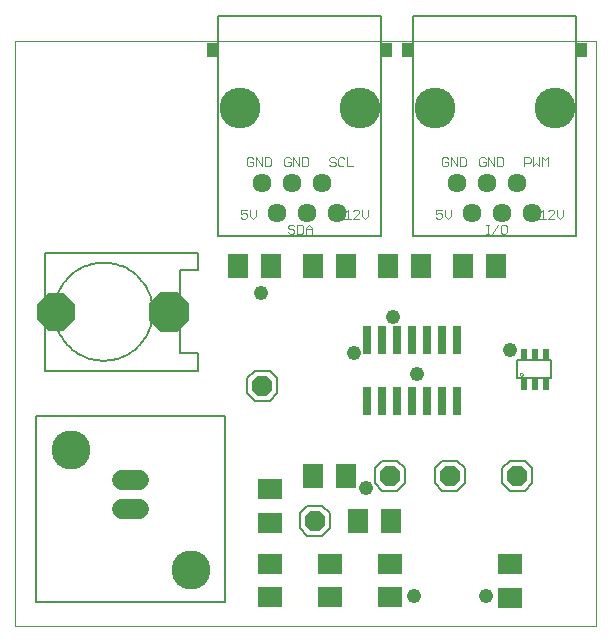
<source format=gto>
G75*
%MOIN*%
%OFA0B0*%
%FSLAX24Y24*%
%IPPOS*%
%LPD*%
%AMOC8*
5,1,8,0,0,1.08239X$1,22.5*
%
%ADD10C,0.0000*%
%ADD11C,0.0050*%
%ADD12C,0.0662*%
%ADD13C,0.1303*%
%ADD14OC8,0.1261*%
%ADD15OC8,0.1346*%
%ADD16R,0.0200X0.0434*%
%ADD17C,0.0010*%
%ADD18C,0.0080*%
%ADD19C,0.0634*%
%ADD20R,0.0364X0.0450*%
%ADD21C,0.1360*%
%ADD22R,0.0710X0.0789*%
%ADD23R,0.0710X0.0790*%
%ADD24R,0.0790X0.0710*%
%ADD25R,0.0316X0.0946*%
%ADD26R,0.0789X0.0710*%
%ADD27C,0.0060*%
%ADD28OC8,0.0680*%
%ADD29C,0.0480*%
D10*
X000100Y001257D02*
X000100Y020753D01*
X019470Y020753D01*
X019470Y001257D01*
X000100Y001257D01*
X006960Y018507D02*
X006962Y018557D01*
X006968Y018607D01*
X006978Y018656D01*
X006991Y018705D01*
X007009Y018752D01*
X007030Y018798D01*
X007054Y018841D01*
X007082Y018883D01*
X007113Y018923D01*
X007147Y018960D01*
X007184Y018994D01*
X007224Y019025D01*
X007266Y019053D01*
X007309Y019077D01*
X007355Y019098D01*
X007402Y019116D01*
X007451Y019129D01*
X007500Y019139D01*
X007550Y019145D01*
X007600Y019147D01*
X007650Y019145D01*
X007700Y019139D01*
X007749Y019129D01*
X007798Y019116D01*
X007845Y019098D01*
X007891Y019077D01*
X007934Y019053D01*
X007976Y019025D01*
X008016Y018994D01*
X008053Y018960D01*
X008087Y018923D01*
X008118Y018883D01*
X008146Y018841D01*
X008170Y018798D01*
X008191Y018752D01*
X008209Y018705D01*
X008222Y018656D01*
X008232Y018607D01*
X008238Y018557D01*
X008240Y018507D01*
X008238Y018457D01*
X008232Y018407D01*
X008222Y018358D01*
X008209Y018309D01*
X008191Y018262D01*
X008170Y018216D01*
X008146Y018173D01*
X008118Y018131D01*
X008087Y018091D01*
X008053Y018054D01*
X008016Y018020D01*
X007976Y017989D01*
X007934Y017961D01*
X007891Y017937D01*
X007845Y017916D01*
X007798Y017898D01*
X007749Y017885D01*
X007700Y017875D01*
X007650Y017869D01*
X007600Y017867D01*
X007550Y017869D01*
X007500Y017875D01*
X007451Y017885D01*
X007402Y017898D01*
X007355Y017916D01*
X007309Y017937D01*
X007266Y017961D01*
X007224Y017989D01*
X007184Y018020D01*
X007147Y018054D01*
X007113Y018091D01*
X007082Y018131D01*
X007054Y018173D01*
X007030Y018216D01*
X007009Y018262D01*
X006991Y018309D01*
X006978Y018358D01*
X006968Y018407D01*
X006962Y018457D01*
X006960Y018507D01*
X010960Y018507D02*
X010962Y018557D01*
X010968Y018607D01*
X010978Y018656D01*
X010991Y018705D01*
X011009Y018752D01*
X011030Y018798D01*
X011054Y018841D01*
X011082Y018883D01*
X011113Y018923D01*
X011147Y018960D01*
X011184Y018994D01*
X011224Y019025D01*
X011266Y019053D01*
X011309Y019077D01*
X011355Y019098D01*
X011402Y019116D01*
X011451Y019129D01*
X011500Y019139D01*
X011550Y019145D01*
X011600Y019147D01*
X011650Y019145D01*
X011700Y019139D01*
X011749Y019129D01*
X011798Y019116D01*
X011845Y019098D01*
X011891Y019077D01*
X011934Y019053D01*
X011976Y019025D01*
X012016Y018994D01*
X012053Y018960D01*
X012087Y018923D01*
X012118Y018883D01*
X012146Y018841D01*
X012170Y018798D01*
X012191Y018752D01*
X012209Y018705D01*
X012222Y018656D01*
X012232Y018607D01*
X012238Y018557D01*
X012240Y018507D01*
X012238Y018457D01*
X012232Y018407D01*
X012222Y018358D01*
X012209Y018309D01*
X012191Y018262D01*
X012170Y018216D01*
X012146Y018173D01*
X012118Y018131D01*
X012087Y018091D01*
X012053Y018054D01*
X012016Y018020D01*
X011976Y017989D01*
X011934Y017961D01*
X011891Y017937D01*
X011845Y017916D01*
X011798Y017898D01*
X011749Y017885D01*
X011700Y017875D01*
X011650Y017869D01*
X011600Y017867D01*
X011550Y017869D01*
X011500Y017875D01*
X011451Y017885D01*
X011402Y017898D01*
X011355Y017916D01*
X011309Y017937D01*
X011266Y017961D01*
X011224Y017989D01*
X011184Y018020D01*
X011147Y018054D01*
X011113Y018091D01*
X011082Y018131D01*
X011054Y018173D01*
X011030Y018216D01*
X011009Y018262D01*
X010991Y018309D01*
X010978Y018358D01*
X010968Y018407D01*
X010962Y018457D01*
X010960Y018507D01*
X013460Y018507D02*
X013462Y018557D01*
X013468Y018607D01*
X013478Y018656D01*
X013491Y018705D01*
X013509Y018752D01*
X013530Y018798D01*
X013554Y018841D01*
X013582Y018883D01*
X013613Y018923D01*
X013647Y018960D01*
X013684Y018994D01*
X013724Y019025D01*
X013766Y019053D01*
X013809Y019077D01*
X013855Y019098D01*
X013902Y019116D01*
X013951Y019129D01*
X014000Y019139D01*
X014050Y019145D01*
X014100Y019147D01*
X014150Y019145D01*
X014200Y019139D01*
X014249Y019129D01*
X014298Y019116D01*
X014345Y019098D01*
X014391Y019077D01*
X014434Y019053D01*
X014476Y019025D01*
X014516Y018994D01*
X014553Y018960D01*
X014587Y018923D01*
X014618Y018883D01*
X014646Y018841D01*
X014670Y018798D01*
X014691Y018752D01*
X014709Y018705D01*
X014722Y018656D01*
X014732Y018607D01*
X014738Y018557D01*
X014740Y018507D01*
X014738Y018457D01*
X014732Y018407D01*
X014722Y018358D01*
X014709Y018309D01*
X014691Y018262D01*
X014670Y018216D01*
X014646Y018173D01*
X014618Y018131D01*
X014587Y018091D01*
X014553Y018054D01*
X014516Y018020D01*
X014476Y017989D01*
X014434Y017961D01*
X014391Y017937D01*
X014345Y017916D01*
X014298Y017898D01*
X014249Y017885D01*
X014200Y017875D01*
X014150Y017869D01*
X014100Y017867D01*
X014050Y017869D01*
X014000Y017875D01*
X013951Y017885D01*
X013902Y017898D01*
X013855Y017916D01*
X013809Y017937D01*
X013766Y017961D01*
X013724Y017989D01*
X013684Y018020D01*
X013647Y018054D01*
X013613Y018091D01*
X013582Y018131D01*
X013554Y018173D01*
X013530Y018216D01*
X013509Y018262D01*
X013491Y018309D01*
X013478Y018358D01*
X013468Y018407D01*
X013462Y018457D01*
X013460Y018507D01*
X017460Y018507D02*
X017462Y018557D01*
X017468Y018607D01*
X017478Y018656D01*
X017491Y018705D01*
X017509Y018752D01*
X017530Y018798D01*
X017554Y018841D01*
X017582Y018883D01*
X017613Y018923D01*
X017647Y018960D01*
X017684Y018994D01*
X017724Y019025D01*
X017766Y019053D01*
X017809Y019077D01*
X017855Y019098D01*
X017902Y019116D01*
X017951Y019129D01*
X018000Y019139D01*
X018050Y019145D01*
X018100Y019147D01*
X018150Y019145D01*
X018200Y019139D01*
X018249Y019129D01*
X018298Y019116D01*
X018345Y019098D01*
X018391Y019077D01*
X018434Y019053D01*
X018476Y019025D01*
X018516Y018994D01*
X018553Y018960D01*
X018587Y018923D01*
X018618Y018883D01*
X018646Y018841D01*
X018670Y018798D01*
X018691Y018752D01*
X018709Y018705D01*
X018722Y018656D01*
X018732Y018607D01*
X018738Y018557D01*
X018740Y018507D01*
X018738Y018457D01*
X018732Y018407D01*
X018722Y018358D01*
X018709Y018309D01*
X018691Y018262D01*
X018670Y018216D01*
X018646Y018173D01*
X018618Y018131D01*
X018587Y018091D01*
X018553Y018054D01*
X018516Y018020D01*
X018476Y017989D01*
X018434Y017961D01*
X018391Y017937D01*
X018345Y017916D01*
X018298Y017898D01*
X018249Y017885D01*
X018200Y017875D01*
X018150Y017869D01*
X018100Y017867D01*
X018050Y017869D01*
X018000Y017875D01*
X017951Y017885D01*
X017902Y017898D01*
X017855Y017916D01*
X017809Y017937D01*
X017766Y017961D01*
X017724Y017989D01*
X017684Y018020D01*
X017647Y018054D01*
X017613Y018091D01*
X017582Y018131D01*
X017554Y018173D01*
X017530Y018216D01*
X017509Y018262D01*
X017491Y018309D01*
X017478Y018358D01*
X017468Y018407D01*
X017462Y018457D01*
X017460Y018507D01*
D11*
X017972Y010098D02*
X016850Y010098D01*
X016850Y009507D01*
X017992Y009507D01*
X017992Y010098D01*
X007100Y008257D02*
X007108Y002037D01*
X000832Y002045D01*
X000832Y008257D01*
X007100Y008257D01*
X006218Y009757D02*
X001100Y009757D01*
X001100Y013694D01*
X006218Y013694D01*
X006218Y013104D01*
X005628Y013104D01*
X005628Y010348D01*
X006218Y010348D01*
X006218Y009757D01*
X001435Y011726D02*
X001437Y011806D01*
X001443Y011886D01*
X001453Y011966D01*
X001466Y012045D01*
X001484Y012123D01*
X001505Y012200D01*
X001531Y012276D01*
X001559Y012351D01*
X001592Y012425D01*
X001628Y012496D01*
X001667Y012566D01*
X001710Y012634D01*
X001757Y012699D01*
X001806Y012763D01*
X001858Y012823D01*
X001914Y012881D01*
X001972Y012937D01*
X002032Y012989D01*
X002096Y013038D01*
X002161Y013085D01*
X002229Y013128D01*
X002299Y013167D01*
X002370Y013203D01*
X002444Y013236D01*
X002519Y013264D01*
X002595Y013290D01*
X002672Y013311D01*
X002750Y013329D01*
X002829Y013342D01*
X002909Y013352D01*
X002989Y013358D01*
X003069Y013360D01*
X003149Y013358D01*
X003229Y013352D01*
X003309Y013342D01*
X003388Y013329D01*
X003466Y013311D01*
X003543Y013290D01*
X003619Y013264D01*
X003694Y013236D01*
X003768Y013203D01*
X003839Y013167D01*
X003909Y013128D01*
X003977Y013085D01*
X004042Y013038D01*
X004106Y012989D01*
X004166Y012937D01*
X004224Y012881D01*
X004280Y012823D01*
X004332Y012763D01*
X004381Y012699D01*
X004428Y012634D01*
X004471Y012566D01*
X004510Y012496D01*
X004546Y012425D01*
X004579Y012351D01*
X004607Y012276D01*
X004633Y012200D01*
X004654Y012123D01*
X004672Y012045D01*
X004685Y011966D01*
X004695Y011886D01*
X004701Y011806D01*
X004703Y011726D01*
X004701Y011646D01*
X004695Y011566D01*
X004685Y011486D01*
X004672Y011407D01*
X004654Y011329D01*
X004633Y011252D01*
X004607Y011176D01*
X004579Y011101D01*
X004546Y011027D01*
X004510Y010956D01*
X004471Y010886D01*
X004428Y010818D01*
X004381Y010753D01*
X004332Y010689D01*
X004280Y010629D01*
X004224Y010571D01*
X004166Y010515D01*
X004106Y010463D01*
X004042Y010414D01*
X003977Y010367D01*
X003909Y010324D01*
X003839Y010285D01*
X003768Y010249D01*
X003694Y010216D01*
X003619Y010188D01*
X003543Y010162D01*
X003466Y010141D01*
X003388Y010123D01*
X003309Y010110D01*
X003229Y010100D01*
X003149Y010094D01*
X003069Y010092D01*
X002989Y010094D01*
X002909Y010100D01*
X002829Y010110D01*
X002750Y010123D01*
X002672Y010141D01*
X002595Y010162D01*
X002519Y010188D01*
X002444Y010216D01*
X002370Y010249D01*
X002299Y010285D01*
X002229Y010324D01*
X002161Y010367D01*
X002096Y010414D01*
X002032Y010463D01*
X001972Y010515D01*
X001914Y010571D01*
X001858Y010629D01*
X001806Y010689D01*
X001757Y010753D01*
X001710Y010818D01*
X001667Y010886D01*
X001628Y010956D01*
X001592Y011027D01*
X001559Y011101D01*
X001531Y011176D01*
X001505Y011252D01*
X001484Y011329D01*
X001466Y011407D01*
X001453Y011486D01*
X001443Y011566D01*
X001437Y011646D01*
X001435Y011726D01*
D12*
X003683Y006131D02*
X004265Y006131D01*
X004257Y005139D02*
X003675Y005139D01*
D13*
X001974Y007131D03*
X005974Y003131D03*
D14*
X001494Y011726D03*
D15*
X005234Y011726D03*
D16*
X017086Y010275D03*
X017441Y010275D03*
X017815Y010275D03*
X017815Y009330D03*
X017441Y009330D03*
X017086Y009330D03*
D17*
X016943Y009641D02*
X016945Y009654D01*
X016950Y009667D01*
X016959Y009678D01*
X016970Y009685D01*
X016983Y009690D01*
X016996Y009691D01*
X017010Y009688D01*
X017022Y009682D01*
X017032Y009673D01*
X017039Y009661D01*
X017043Y009648D01*
X017043Y009634D01*
X017039Y009621D01*
X017032Y009609D01*
X017022Y009600D01*
X017010Y009594D01*
X016996Y009591D01*
X016983Y009592D01*
X016970Y009597D01*
X016959Y009604D01*
X016950Y009615D01*
X016945Y009628D01*
X016943Y009641D01*
X016465Y014317D02*
X016362Y014317D01*
X016310Y014369D01*
X016310Y014576D01*
X016362Y014627D01*
X016465Y014627D01*
X016517Y014576D01*
X016517Y014369D01*
X016465Y014317D01*
X016223Y014627D02*
X016016Y014317D01*
X015923Y014317D02*
X015819Y014317D01*
X015871Y014317D02*
X015871Y014627D01*
X015819Y014627D02*
X015923Y014627D01*
X014642Y014921D02*
X014642Y015127D01*
X014642Y014921D02*
X014539Y014817D01*
X014435Y014921D01*
X014435Y015127D01*
X014348Y015127D02*
X014141Y015127D01*
X014141Y014972D01*
X014244Y015024D01*
X014296Y015024D01*
X014348Y014972D01*
X014348Y014869D01*
X014296Y014817D01*
X014192Y014817D01*
X014141Y014869D01*
X014398Y016567D02*
X014501Y016567D01*
X014553Y016619D01*
X014553Y016722D01*
X014449Y016722D01*
X014346Y016619D02*
X014346Y016826D01*
X014398Y016877D01*
X014501Y016877D01*
X014553Y016826D01*
X014641Y016877D02*
X014848Y016567D01*
X014848Y016877D01*
X014935Y016877D02*
X014935Y016567D01*
X015090Y016567D01*
X015142Y016619D01*
X015142Y016826D01*
X015090Y016877D01*
X014935Y016877D01*
X014641Y016877D02*
X014641Y016567D01*
X014398Y016567D02*
X014346Y016619D01*
X015596Y016619D02*
X015648Y016567D01*
X015751Y016567D01*
X015803Y016619D01*
X015803Y016722D01*
X015699Y016722D01*
X015596Y016619D02*
X015596Y016826D01*
X015648Y016877D01*
X015751Y016877D01*
X015803Y016826D01*
X015891Y016877D02*
X015891Y016567D01*
X016098Y016567D02*
X015891Y016877D01*
X016098Y016877D02*
X016098Y016567D01*
X016185Y016567D02*
X016340Y016567D01*
X016392Y016619D01*
X016392Y016826D01*
X016340Y016877D01*
X016185Y016877D01*
X016185Y016567D01*
X017096Y016567D02*
X017096Y016877D01*
X017251Y016877D01*
X017303Y016826D01*
X017303Y016722D01*
X017251Y016671D01*
X017096Y016671D01*
X017391Y016567D02*
X017391Y016877D01*
X017598Y016877D02*
X017598Y016567D01*
X017494Y016671D01*
X017391Y016567D01*
X017685Y016567D02*
X017685Y016877D01*
X017789Y016774D01*
X017892Y016877D01*
X017892Y016567D01*
X017942Y015127D02*
X017891Y015076D01*
X017942Y015127D02*
X018046Y015127D01*
X018098Y015076D01*
X018098Y015024D01*
X017891Y014817D01*
X018098Y014817D01*
X018185Y014921D02*
X018289Y014817D01*
X018392Y014921D01*
X018392Y015127D01*
X018185Y015127D02*
X018185Y014921D01*
X017803Y014817D02*
X017596Y014817D01*
X017699Y014817D02*
X017699Y015127D01*
X017596Y015024D01*
X011892Y014921D02*
X011892Y015127D01*
X011892Y014921D02*
X011789Y014817D01*
X011685Y014921D01*
X011685Y015127D01*
X011598Y015076D02*
X011546Y015127D01*
X011442Y015127D01*
X011391Y015076D01*
X011199Y015127D02*
X011199Y014817D01*
X011096Y014817D02*
X011303Y014817D01*
X011391Y014817D02*
X011598Y015024D01*
X011598Y015076D01*
X011598Y014817D02*
X011391Y014817D01*
X011096Y015024D02*
X011199Y015127D01*
X010017Y014524D02*
X010017Y014317D01*
X010017Y014472D02*
X009810Y014472D01*
X009810Y014524D02*
X009914Y014627D01*
X010017Y014524D01*
X009810Y014524D02*
X009810Y014317D01*
X009723Y014369D02*
X009723Y014576D01*
X009671Y014627D01*
X009516Y014627D01*
X009516Y014317D01*
X009671Y014317D01*
X009723Y014369D01*
X009428Y014369D02*
X009376Y014317D01*
X009273Y014317D01*
X009221Y014369D01*
X009273Y014472D02*
X009376Y014472D01*
X009428Y014421D01*
X009428Y014369D01*
X009273Y014472D02*
X009221Y014524D01*
X009221Y014576D01*
X009273Y014627D01*
X009376Y014627D01*
X009428Y014576D01*
X008142Y014921D02*
X008142Y015127D01*
X008142Y014921D02*
X008039Y014817D01*
X007935Y014921D01*
X007935Y015127D01*
X007848Y015127D02*
X007641Y015127D01*
X007641Y014972D01*
X007744Y015024D01*
X007796Y015024D01*
X007848Y014972D01*
X007848Y014869D01*
X007796Y014817D01*
X007692Y014817D01*
X007641Y014869D01*
X007898Y016567D02*
X008001Y016567D01*
X008053Y016619D01*
X008053Y016722D01*
X007949Y016722D01*
X007846Y016619D02*
X007846Y016826D01*
X007898Y016877D01*
X008001Y016877D01*
X008053Y016826D01*
X008141Y016877D02*
X008348Y016567D01*
X008348Y016877D01*
X008435Y016877D02*
X008435Y016567D01*
X008590Y016567D01*
X008642Y016619D01*
X008642Y016826D01*
X008590Y016877D01*
X008435Y016877D01*
X008141Y016877D02*
X008141Y016567D01*
X007898Y016567D02*
X007846Y016619D01*
X009096Y016619D02*
X009148Y016567D01*
X009251Y016567D01*
X009303Y016619D01*
X009303Y016722D01*
X009199Y016722D01*
X009096Y016619D02*
X009096Y016826D01*
X009148Y016877D01*
X009251Y016877D01*
X009303Y016826D01*
X009391Y016877D02*
X009598Y016567D01*
X009598Y016877D01*
X009685Y016877D02*
X009840Y016877D01*
X009892Y016826D01*
X009892Y016619D01*
X009840Y016567D01*
X009685Y016567D01*
X009685Y016877D01*
X009391Y016877D02*
X009391Y016567D01*
X010596Y016619D02*
X010648Y016567D01*
X010751Y016567D01*
X010803Y016619D01*
X010803Y016671D01*
X010751Y016722D01*
X010648Y016722D01*
X010596Y016774D01*
X010596Y016826D01*
X010648Y016877D01*
X010751Y016877D01*
X010803Y016826D01*
X010891Y016826D02*
X010891Y016619D01*
X010942Y016567D01*
X011046Y016567D01*
X011098Y016619D01*
X011185Y016567D02*
X011185Y016877D01*
X011098Y016826D02*
X011046Y016877D01*
X010942Y016877D01*
X010891Y016826D01*
X011185Y016567D02*
X011392Y016567D01*
D18*
X012307Y014248D02*
X012307Y021571D01*
X006893Y021571D01*
X006893Y014248D01*
X012307Y014248D01*
X013393Y014248D02*
X013393Y021571D01*
X018807Y021571D01*
X018807Y014248D01*
X013393Y014248D01*
D19*
X014850Y016007D03*
X015350Y015007D03*
X015850Y016007D03*
X016350Y015007D03*
X016850Y016007D03*
X017350Y015007D03*
X010850Y015007D03*
X010350Y016007D03*
X009850Y015007D03*
X009350Y016007D03*
X008850Y015007D03*
X008350Y016007D03*
D20*
X006682Y020442D03*
X012518Y020442D03*
X013182Y020442D03*
X019018Y020442D03*
D21*
X018100Y018507D03*
X014100Y018507D03*
X011600Y018507D03*
X007600Y018507D03*
D22*
X010049Y013257D03*
X011151Y013257D03*
D23*
X012540Y013257D03*
X013660Y013257D03*
X015040Y013257D03*
X016160Y013257D03*
X011160Y006257D03*
X010040Y006257D03*
X011540Y004757D03*
X012660Y004757D03*
X008660Y013257D03*
X007540Y013257D03*
D24*
X008600Y005817D03*
X008600Y004697D03*
X016600Y003317D03*
X016600Y002197D03*
D25*
X014850Y008734D03*
X014350Y008734D03*
X013850Y008734D03*
X013350Y008734D03*
X012850Y008734D03*
X012350Y008734D03*
X011850Y008734D03*
X011850Y010781D03*
X012350Y010781D03*
X012850Y010781D03*
X013350Y010781D03*
X013850Y010781D03*
X014350Y010781D03*
X014850Y010781D03*
D26*
X012600Y003308D03*
X012600Y002206D03*
X010600Y002206D03*
X010600Y003308D03*
X008600Y003308D03*
X008600Y002206D03*
D27*
X009850Y004257D02*
X010350Y004257D01*
X010600Y004507D01*
X010600Y005007D01*
X010350Y005257D01*
X009850Y005257D01*
X009600Y005007D01*
X009600Y004507D01*
X009850Y004257D01*
X012100Y006007D02*
X012350Y005757D01*
X012850Y005757D01*
X013100Y006007D01*
X013100Y006507D01*
X012850Y006757D01*
X012350Y006757D01*
X012100Y006507D01*
X012100Y006007D01*
X014100Y006007D02*
X014350Y005757D01*
X014850Y005757D01*
X015100Y006007D01*
X015100Y006507D01*
X014850Y006757D01*
X014350Y006757D01*
X014100Y006507D01*
X014100Y006007D01*
X016350Y006007D02*
X016600Y005757D01*
X017100Y005757D01*
X017350Y006007D01*
X017350Y006507D01*
X017100Y006757D01*
X016600Y006757D01*
X016350Y006507D01*
X016350Y006007D01*
X008850Y009007D02*
X008600Y008757D01*
X008100Y008757D01*
X007850Y009007D01*
X007850Y009507D01*
X008100Y009757D01*
X008600Y009757D01*
X008850Y009507D01*
X008850Y009007D01*
D28*
X008350Y009257D03*
X010100Y004757D03*
X012600Y006257D03*
X014600Y006257D03*
X016850Y006257D03*
D29*
X015800Y002257D03*
X013400Y002257D03*
X011800Y005857D03*
X013500Y009657D03*
X012700Y011557D03*
X011400Y010357D03*
X008300Y012357D03*
X016600Y010457D03*
M02*

</source>
